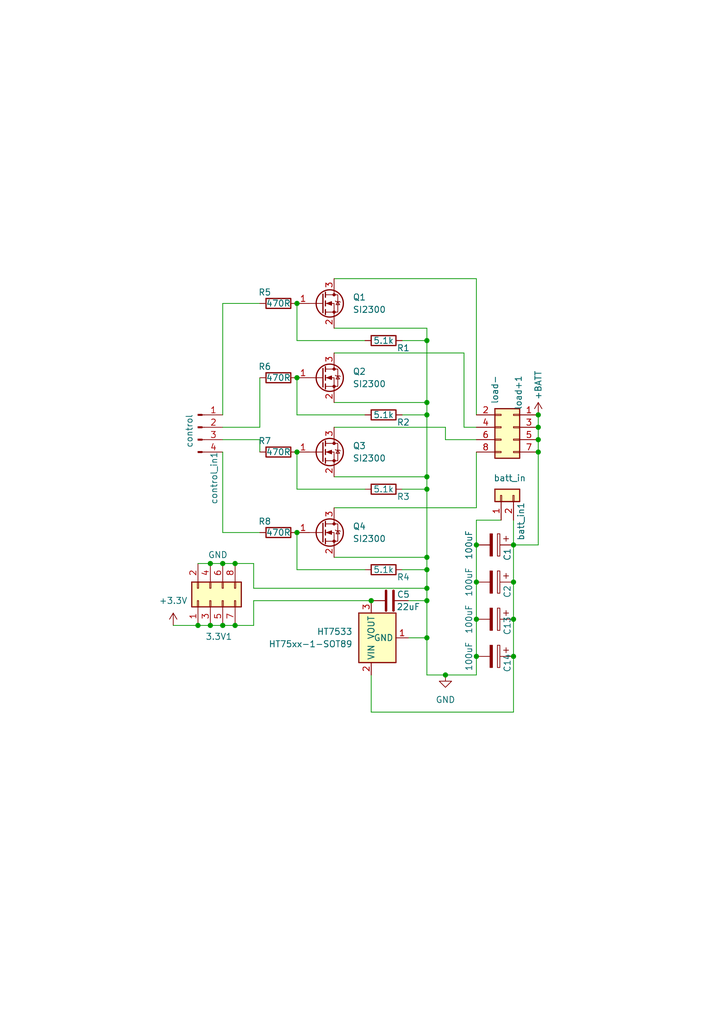
<source format=kicad_sch>
(kicad_sch (version 20250114) (generator "eeschema") (generator_version "9.0")
  (paper "A5" portrait)
  (lib_symbols
    (symbol "Connector:Conn_01x04_Pin" (pin_names (offset 1.016) (hide yes))
      (property "Reference" "J" (at 0 5.08 0))
      (property "Value" "Conn_01x04_Pin" (at 0 -7.62 0))
      (symbol "Conn_01x04_Pin_1_1"
        (rectangle (start 0.8636 2.667) (end 0 2.413) (stroke (width 0.1524)) (fill (type outline)))
        (rectangle (start 0.8636 0.127) (end 0 -0.127) (stroke (width 0.1524)) (fill (type outline)))
        (rectangle (start 0.8636 -2.413) (end 0 -2.667) (stroke (width 0.1524)) (fill (type outline)))
        (rectangle (start 0.8636 -4.953) (end 0 -5.207) (stroke (width 0.1524)) (fill (type outline)))
        (polyline (pts (xy 1.27 2.54) (xy 0.8636 2.54)) (stroke (width 0.1524)))
        (polyline (pts (xy 1.27 0) (xy 0.8636 0)) (stroke (width 0.1524)))
        (polyline (pts (xy 1.27 -2.54) (xy 0.8636 -2.54)) (stroke (width 0.1524)))
        (polyline (pts (xy 1.27 -5.08) (xy 0.8636 -5.08)) (stroke (width 0.1524)))
        (pin passive line (at 5.08 2.54 180) (length 3.81) (name "Pin_1") (number "1"))
        (pin passive line (at 5.08 0 180) (length 3.81) (name "Pin_2") (number "2"))
        (pin passive line (at 5.08 -2.54 180) (length 3.81) (name "Pin_3") (number "3"))
        (pin passive line (at 5.08 -5.08 180) (length 3.81) (name "Pin_4") (number "4"))
      )
    )
    (symbol "Connector_Generic:Conn_01x02" (pin_names (offset 1.016) (hide yes))
      (property "Reference" "J" (at 0 2.54 0))
      (property "Value" "Conn_01x02" (at 0 -5.08 0))
      (symbol "Conn_01x02_1_1"
        (rectangle (start -1.27 1.27) (end 1.27 -3.81) (stroke (width 0.254)) (fill (type background)))
        (rectangle (start -1.27 0.127) (end 0 -0.127) (stroke (width 0.1524)))
        (rectangle (start -1.27 -2.413) (end 0 -2.667) (stroke (width 0.1524)))
        (pin passive line (at -5.08 0 0) (length 3.81) (name "Pin_1") (number "1"))
        (pin passive line (at -5.08 -2.54 0) (length 3.81) (name "Pin_2") (number "2"))
      )
    )
    (symbol "Connector_Generic:Conn_02x04_Odd_Even" (pin_names (offset 1.016) (hide yes))
      (property "Reference" "J" (at 1.27 5.08 0))
      (property "Value" "Conn_02x04_Odd_Even" (at 1.27 -7.62 0))
      (symbol "Conn_02x04_Odd_Even_1_1"
        (rectangle (start -1.27 3.81) (end 3.81 -6.35) (stroke (width 0.254)) (fill (type background)))
        (rectangle (start -1.27 2.667) (end 0 2.413) (stroke (width 0.1524)))
        (rectangle (start -1.27 0.127) (end 0 -0.127) (stroke (width 0.1524)))
        (rectangle (start -1.27 -2.413) (end 0 -2.667) (stroke (width 0.1524)))
        (rectangle (start -1.27 -4.953) (end 0 -5.207) (stroke (width 0.1524)))
        (rectangle (start 3.81 2.667) (end 2.54 2.413) (stroke (width 0.1524)))
        (rectangle (start 3.81 0.127) (end 2.54 -0.127) (stroke (width 0.1524)))
        (rectangle (start 3.81 -2.413) (end 2.54 -2.667) (stroke (width 0.1524)))
        (rectangle (start 3.81 -4.953) (end 2.54 -5.207) (stroke (width 0.1524)))
        (pin passive line (at -5.08 2.54 0) (length 3.81) (name "Pin_1") (number "1"))
        (pin passive line (at -5.08 0 0) (length 3.81) (name "Pin_3") (number "3"))
        (pin passive line (at -5.08 -2.54 0) (length 3.81) (name "Pin_5") (number "5"))
        (pin passive line (at -5.08 -5.08 0) (length 3.81) (name "Pin_7") (number "7"))
        (pin passive line (at 7.62 2.54 180) (length 3.81) (name "Pin_2") (number "2"))
        (pin passive line (at 7.62 0 180) (length 3.81) (name "Pin_4") (number "4"))
        (pin passive line (at 7.62 -2.54 180) (length 3.81) (name "Pin_6") (number "6"))
        (pin passive line (at 7.62 -5.08 180) (length 3.81) (name "Pin_8") (number "8"))
      )
    )
    (symbol "Device:C" (pin_numbers (hide yes)) (pin_names (offset 0.254))
      (property "Reference" "C" (at 0.635 2.54 0))
      (property "Value" "C" (at 0.635 -2.54 0))
      (symbol "C_0_1"
        (polyline (pts (xy -2.032 0.762) (xy 2.032 0.762)) (stroke (width 0.508)))
        (polyline (pts (xy -2.032 -0.762) (xy 2.032 -0.762)) (stroke (width 0.508)))
      )
      (symbol "C_1_1"
        (pin passive line (at 0 3.81 270) (length 2.794) (name "~") (number "1"))
        (pin passive line (at 0 -3.81 90) (length 2.794) (name "~") (number "2"))
      )
    )
    (symbol "Device:C_Polarized" (pin_numbers (hide yes)) (pin_names (offset 0.254))
      (property "Reference" "C" (at 0.635 2.54 0))
      (property "Value" "C_Polarized" (at 0.635 -2.54 0))
      (symbol "C_Polarized_0_1"
        (rectangle (start -2.286 0.508) (end 2.286 1.016))
        (polyline (pts (xy -1.778 2.286) (xy -0.762 2.286)))
        (polyline (pts (xy -1.27 2.794) (xy -1.27 1.778)))
        (rectangle (start 2.286 -0.508) (end -2.286 -1.016) (fill (type outline)))
      )
      (symbol "C_Polarized_1_1"
        (pin passive line (at 0 3.81 270) (length 2.794) (name "~") (number "1"))
        (pin passive line (at 0 -3.81 90) (length 2.794) (name "~") (number "2"))
      )
    )
    (symbol "Device:R" (pin_numbers (hide yes)) (pin_names (offset 0))
      (property "Reference" "R" (at 2.032 0 90))
      (property "Value" "R" (at 0 0 90))
      (symbol "R_0_1"
        (rectangle (start -1.016 -2.54) (end 1.016 2.54) (stroke (width 0.254)))
      )
      (symbol "R_1_1"
        (pin passive line (at 0 3.81 270) (length 1.27) (name "~") (number "1"))
        (pin passive line (at 0 -3.81 90) (length 1.27) (name "~") (number "2"))
      )
    )
    (symbol "Regulator_Linear:HT75xx-1-SOT89"
      (property "Reference" "U" (at -5.08 -3.81 0))
      (property "Value" "HT75xx-1-SOT89" (at 0 6.35 0))
      (symbol "HT75xx-1-SOT89_0_1"
        (rectangle (start -5.08 5.08) (end 5.08 -2.54) (stroke (width 0.254)) (fill (type background)))
      )
      (symbol "HT75xx-1-SOT89_1_1"
        (pin power_in line (at -7.62 2.54 0) (length 2.54) (name "VIN") (number "2"))
        (pin power_in line (at 0 -5.08 90) (length 2.54) (name "GND") (number "1"))
        (pin power_out line (at 7.62 2.54 180) (length 2.54) (name "VOUT") (number "3"))
      )
    )
    (symbol "Transistor_FET:SI2300" (pin_names (hide yes))
      (property "Reference" "Q" (at 5.08 1.905 0))
      (property "Value" "SI2300" (at 5.08 0 0))
      (symbol "SI2300_0_1"
        (polyline (pts (xy 0.254 1.905) (xy 0.254 -1.905)) (stroke (width 0.254)))
        (polyline (pts (xy 0.254 0) (xy -2.54 0)))
        (polyline (pts (xy 0.762 2.286) (xy 0.762 1.27)) (stroke (width 0.254)))
        (polyline (pts (xy 0.762 0.508) (xy 0.762 -0.508)) (stroke (width 0.254)))
        (polyline (pts (xy 0.762 -1.27) (xy 0.762 -2.286)) (stroke (width 0.254)))
        (polyline (pts (xy 0.762 -1.778) (xy 3.302 -1.778) (xy 3.302 1.778) (xy 0.762 1.778)))
        (polyline (pts (xy 1.016 0) (xy 2.032 0.381) (xy 2.032 -0.381) (xy 1.016 0)) (fill (type outline)))
        (circle (center 1.651 0) (radius 2.794) (stroke (width 0.254)))
        (polyline (pts (xy 2.54 2.54) (xy 2.54 1.778)))
        (circle (center 2.54 1.778) (radius 0.254) (fill (type outline)))
        (circle (center 2.54 -1.778) (radius 0.254) (fill (type outline)))
        (polyline (pts (xy 2.54 -2.54) (xy 2.54 0) (xy 0.762 0)))
        (polyline (pts (xy 2.794 0.508) (xy 2.921 0.381) (xy 3.683 0.381) (xy 3.81 0.254)))
        (polyline (pts (xy 3.302 0.381) (xy 2.921 -0.254) (xy 3.683 -0.254) (xy 3.302 0.381)))
      )
      (symbol "SI2300_1_1"
        (pin input line (at -5.08 0 0) (length 2.54) (name "G") (number "1"))
        (pin passive line (at 2.54 5.08 270) (length 2.54) (name "D") (number "3"))
        (pin passive line (at 2.54 -5.08 90) (length 2.54) (name "S") (number "2"))
      )
    )
    (symbol "power:+3.3V" (power) (pin_numbers (hide yes)) (pin_names (offset 0) (hide yes))
      (property "Value" "+3.3V" (at 0 3.556 0))
      (symbol "+3.3V_0_1"
        (polyline (pts (xy -0.762 1.27) (xy 0 2.54)))
        (polyline (pts (xy 0 2.54) (xy 0.762 1.27)))
        (polyline (pts (xy 0 0) (xy 0 2.54)))
      )
      (symbol "+3.3V_1_1"
        (pin power_in line (at 0 0 90) (length 0) (name "~") (number "1"))
      )
    )
    (symbol "power:+BATT" (power) (pin_numbers (hide yes)) (pin_names (offset 0) (hide yes))
      (property "Value" "+BATT" (at 0 3.556 0))
      (symbol "+BATT_0_1"
        (polyline (pts (xy -0.762 1.27) (xy 0 2.54)))
        (polyline (pts (xy 0 2.54) (xy 0.762 1.27)))
        (polyline (pts (xy 0 0) (xy 0 2.54)))
      )
      (symbol "+BATT_1_1"
        (pin power_in line (at 0 0 90) (length 0) (name "~") (number "1"))
      )
    )
    (symbol "power:GND" (power) (pin_numbers (hide yes)) (pin_names (offset 0) (hide yes))
      (property "Value" "GND" (at 0 -3.81 0))
      (symbol "GND_0_1"
        (polyline (pts (xy 0 0) (xy 0 -1.27) (xy 1.27 -1.27) (xy 0 -2.54) (xy -1.27 -1.27) (xy 0 -1.27)))
      )
      (symbol "GND_1_1"
        (pin power_in line (at 0 0 270) (length 0) (name "~") (number "1"))
      )
    )
  )
  (junction (at 45.72 128.27))
  (junction (at 87.63 123.19))
  (junction (at 40.64 128.27))
  (junction (at 60.96 77.47))
  (junction (at 60.96 109.22))
  (junction (at 43.18 115.57))
  (junction (at 97.79 134.62))
  (junction (at 87.63 100.33))
  (junction (at 110.49 85.09))
  (junction (at 105.41 119.38))
  (junction (at 105.41 127))
  (junction (at 60.96 92.71))
  (junction (at 87.63 97.79))
  (junction (at 43.18 128.27))
  (junction (at 45.72 115.57))
  (junction (at 60.96 62.23))
  (junction (at 87.63 120.65))
  (junction (at 76.2 123.19))
  (junction (at 105.41 134.62))
  (junction (at 110.49 90.17))
  (junction (at 48.26 115.57))
  (junction (at 87.63 69.85))
  (junction (at 97.79 119.38))
  (junction (at 87.63 114.3))
  (junction (at 48.26 128.27))
  (junction (at 91.44 138.43))
  (junction (at 110.49 87.63))
  (junction (at 97.79 127))
  (junction (at 110.49 92.71))
  (junction (at 97.79 111.76))
  (junction (at 87.63 116.84))
  (junction (at 105.41 111.76))
  (junction (at 87.63 130.81))
  (junction (at 87.63 82.55))
  (junction (at 87.63 85.09))
  (wire (pts (xy 60.96 69.85) (xy 60.96 62.23)))
  (wire (pts (xy 68.58 72.39) (xy 95.25 72.39)))
  (wire (pts (xy 97.79 127) (xy 97.79 134.62)))
  (wire (pts (xy 45.72 128.27) (xy 43.18 128.27)))
  (wire (pts (xy 45.72 109.22) (xy 45.72 92.71)))
  (wire (pts (xy 87.63 85.09) (xy 87.63 97.79)))
  (wire (pts (xy 74.93 69.85) (xy 60.96 69.85)))
  (wire (pts (xy 60.96 109.22) (xy 60.96 116.84)))
  (wire (pts (xy 52.07 123.19) (xy 52.07 128.27)))
  (wire (pts (xy 68.58 104.14) (xy 97.79 104.14)))
  (wire (pts (xy 95.25 72.39) (xy 95.25 87.63)))
  (wire (pts (xy 97.79 119.38) (xy 97.79 127)))
  (wire (pts (xy 87.63 130.81) (xy 87.63 138.43)))
  (wire (pts (xy 68.58 114.3) (xy 87.63 114.3)))
  (wire (pts (xy 45.72 62.23) (xy 53.34 62.23)))
  (wire (pts (xy 74.93 85.09) (xy 60.96 85.09)))
  (wire (pts (xy 52.07 120.65) (xy 87.63 120.65)))
  (wire (pts (xy 87.63 67.31) (xy 87.63 69.85)))
  (wire (pts (xy 68.58 67.31) (xy 87.63 67.31)))
  (wire (pts (xy 105.41 106.68) (xy 105.41 111.76)))
  (wire (pts (xy 68.58 82.55) (xy 87.63 82.55)))
  (wire (pts (xy 110.49 92.71) (xy 110.49 111.76)))
  (wire (pts (xy 82.55 100.33) (xy 87.63 100.33)))
  (wire (pts (xy 82.55 116.84) (xy 87.63 116.84)))
  (wire (pts (xy 52.07 123.19) (xy 76.2 123.19)))
  (wire (pts (xy 97.79 104.14) (xy 97.79 92.71)))
  (wire (pts (xy 60.96 116.84) (xy 74.93 116.84)))
  (wire (pts (xy 45.72 87.63) (xy 53.34 87.63)))
  (wire (pts (xy 105.41 134.62) (xy 105.41 146.05)))
  (wire (pts (xy 97.79 138.43) (xy 91.44 138.43)))
  (wire (pts (xy 105.41 111.76) (xy 105.41 119.38)))
  (wire (pts (xy 83.82 130.81) (xy 87.63 130.81)))
  (wire (pts (xy 43.18 128.27) (xy 40.64 128.27)))
  (wire (pts (xy 95.25 87.63) (xy 97.79 87.63)))
  (wire (pts (xy 87.63 130.81) (xy 87.63 123.19)))
  (wire (pts (xy 43.18 115.57) (xy 40.64 115.57)))
  (wire (pts (xy 87.63 123.19) (xy 87.63 120.65)))
  (wire (pts (xy 60.96 100.33) (xy 74.93 100.33)))
  (wire (pts (xy 52.07 128.27) (xy 48.26 128.27)))
  (wire (pts (xy 82.55 69.85) (xy 87.63 69.85)))
  (wire (pts (xy 91.44 87.63) (xy 91.44 90.17)))
  (wire (pts (xy 53.34 90.17) (xy 45.72 90.17)))
  (wire (pts (xy 82.55 85.09) (xy 87.63 85.09)))
  (wire (pts (xy 76.2 146.05) (xy 105.41 146.05)))
  (wire (pts (xy 87.63 100.33) (xy 87.63 114.3)))
  (wire (pts (xy 97.79 106.68) (xy 102.87 106.68)))
  (wire (pts (xy 97.79 106.68) (xy 97.79 111.76)))
  (wire (pts (xy 110.49 90.17) (xy 110.49 92.71)))
  (wire (pts (xy 68.58 57.15) (xy 97.79 57.15)))
  (wire (pts (xy 68.58 87.63) (xy 91.44 87.63)))
  (wire (pts (xy 53.34 109.22) (xy 45.72 109.22)))
  (wire (pts (xy 87.63 97.79) (xy 87.63 100.33)))
  (wire (pts (xy 105.41 127) (xy 105.41 134.62)))
  (wire (pts (xy 87.63 114.3) (xy 87.63 116.84)))
  (wire (pts (xy 97.79 134.62) (xy 97.79 138.43)))
  (wire (pts (xy 87.63 116.84) (xy 87.63 120.65)))
  (wire (pts (xy 60.96 85.09) (xy 60.96 77.47)))
  (wire (pts (xy 52.07 115.57) (xy 52.07 120.65)))
  (wire (pts (xy 83.82 123.19) (xy 87.63 123.19)))
  (wire (pts (xy 76.2 138.43) (xy 76.2 146.05)))
  (wire (pts (xy 45.72 85.09) (xy 45.72 62.23)))
  (wire (pts (xy 43.18 115.57) (xy 45.72 115.57)))
  (wire (pts (xy 110.49 111.76) (xy 105.41 111.76)))
  (wire (pts (xy 97.79 57.15) (xy 97.79 85.09)))
  (wire (pts (xy 87.63 138.43) (xy 91.44 138.43)))
  (wire (pts (xy 48.26 115.57) (xy 45.72 115.57)))
  (wire (pts (xy 110.49 85.09) (xy 110.49 87.63)))
  (wire (pts (xy 48.26 128.27) (xy 45.72 128.27)))
  (wire (pts (xy 53.34 87.63) (xy 53.34 77.47)))
  (wire (pts (xy 48.26 115.57) (xy 52.07 115.57)))
  (wire (pts (xy 87.63 69.85) (xy 87.63 82.55)))
  (wire (pts (xy 35.56 128.27) (xy 40.64 128.27)))
  (wire (pts (xy 68.58 97.79) (xy 87.63 97.79)))
  (wire (pts (xy 91.44 90.17) (xy 97.79 90.17)))
  (wire (pts (xy 53.34 92.71) (xy 53.34 90.17)))
  (wire (pts (xy 110.49 87.63) (xy 110.49 90.17)))
  (wire (pts (xy 60.96 92.71) (xy 60.96 100.33)))
  (wire (pts (xy 105.41 119.38) (xy 105.41 127)))
  (wire (pts (xy 97.79 111.76) (xy 97.79 119.38)))
  (wire (pts (xy 87.63 82.55) (xy 87.63 85.09)))
  (symbol (lib_id "Device:R") (at 78.74 69.85 270) (unit 1)
    (property "Reference" "R1" (at 82.804 71.374 90))
    (property "Value" "5.1k" (at 78.74 69.85 90))
    (property "Footprint" "Resistor_SMD:R_0805_2012Metric_Pad1.20x1.40mm_HandSolder" (effects (hide yes)))
    (property "Description" "Resistor" (effects (hide yes)))
  )
  (symbol (lib_id "Transistor_FET:SI2300") (at 66.04 109.22 0) (unit 1)
    (property "Reference" "Q4" (at 72.39 107.9499 0) (effects (justify left)))
    (property "Value" "SI2300" (at 72.39 110.4899 0) (effects (justify left)))
    (property "Footprint" "Package_TO_SOT_SMD:SOT-23" (effects (hide yes)))
    (property "Datasheet" "https://www.onsemi.com/pub/Collateral/BSS138-D.PDF" (effects (hide yes)))
    (property "Description" "3A 30V, N-Channel MOSFET, SOT-23" (effects (hide yes)))
  )
  (symbol (lib_id "Device:C_Polarized") (at 101.6 119.38 270) (unit 1)
    (property "Reference" "C2" (at 104.14 122.682 0) (effects (justify right)))
    (property "Value" "100uF" (at 96.266 122.428 0) (effects (justify right)))
    (property "Footprint" "Capacitor_THT:CP_Radial_D10.0mm_P3.50mm" (effects (hide yes)))
    (property "Description" "Polarized capacitor" (effects (hide yes)))
  )
  (symbol (lib_id "Device:C_Polarized") (at 101.6 127 270) (unit 1)
    (property "Reference" "C13" (at 104.14 130.302 0) (effects (justify right)))
    (property "Value" "100uF" (at 96.266 130.048 0) (effects (justify right)))
    (property "Footprint" "Capacitor_THT:CP_Radial_D10.0mm_P3.50mm" (effects (hide yes)))
    (property "Description" "Polarized capacitor" (effects (hide yes)))
  )
  (symbol (lib_id "Connector:Conn_01x04_Pin") (at 40.64 87.63 0) (unit 1)
    (property "Reference" "control_in1" (at 43.942 98.044 90))
    (property "Value" "control" (at 38.862 88.392 90))
    (property "Footprint" "Connector_PinSocket_2.54mm:PinSocket_1x04_P2.54mm_Vertical" (effects (hide yes)))
    (property "Description" "Generic connector, single row, 01x04, script generated" (effects (hide yes)))
  )
  (symbol (lib_id "power:+3.3V") (at 35.56 128.27 0) (unit 1)
    (property "Reference" "#PWR09" (effects (hide yes)))
    (property "Value" "+3.3V" (at 35.56 123.19 0))
    (property "Description" "Power symbol creates a global label with name \"+3.3V\"" (effects (hide yes)))
  )
  (symbol (lib_id "Regulator_Linear:HT75xx-1-SOT89") (at 78.74 130.81 90) (unit 1)
    (property "Reference" "HT7533" (at 72.39 129.5399 90) (effects (justify left)))
    (property "Value" "HT75xx-1-SOT89" (at 72.39 132.0799 90) (effects (justify left)))
    (property "Footprint" "Package_TO_SOT_SMD:SOT-89-3" (effects (hide yes)))
    (property "Datasheet" "https://www.holtek.com/documents/10179/116711/HT75xx-1v250.pdf" (effects (hide yes)))
    (property "Description" "100mA Low Dropout Voltage Regulator, Fixed Output, SOT89" (effects (hide yes)))
  )
  (symbol (lib_id "Connector_Generic:Conn_02x04_Odd_Even") (at 43.18 123.19 90) (unit 1)
    (property "Reference" "3.3V1" (at 42.164 130.556 90) (effects (justify right)))
    (property "Value" "GND" (at 42.672 113.792 90) (effects (justify right)))
    (property "Footprint" "Connector_PinSocket_2.54mm:PinSocket_2x04_P2.54mm_Vertical" (effects (hide yes)))
    (property "Description" "Generic connector, double row, 02x04, odd/even pin numbering scheme (row 1 odd numbers, row 2 even numbers), script generated (kicad-library-utils/schlib/autogen/connector/)" (effects (hide yes)))
  )
  (symbol (lib_id "Connector_Generic:Conn_01x02") (at 102.87 101.6 90) (unit 1)
    (property "Reference" "batt_in1" (at 106.934 106.934 0))
    (property "Value" "batt_in" (at 104.648 98.044 90))
    (property "Footprint" "Connector_PinSocket_2.54mm:PinSocket_1x02_P2.54mm_Vertical" (effects (hide yes)))
    (property "Description" "Generic connector, single row, 01x02, script generated (kicad-library-utils/schlib/autogen/connector/)" (effects (hide yes)))
  )
  (symbol (lib_id "Device:R") (at 57.15 109.22 270) (unit 1)
    (property "Reference" "R8" (at 54.356 106.934 90))
    (property "Value" "470R" (at 57.15 109.22 90))
    (property "Footprint" "Resistor_SMD:R_0805_2012Metric_Pad1.20x1.40mm_HandSolder" (effects (hide yes)))
    (property "Description" "Resistor" (effects (hide yes)))
  )
  (symbol (lib_id "Device:R") (at 57.15 92.71 270) (unit 1)
    (property "Reference" "R7" (at 54.356 90.424 90))
    (property "Value" "470R" (at 57.15 92.71 90))
    (property "Footprint" "Resistor_SMD:R_0805_2012Metric_Pad1.20x1.40mm_HandSolder" (effects (hide yes)))
    (property "Description" "Resistor" (effects (hide yes)))
  )
  (symbol (lib_id "Device:C_Polarized") (at 101.6 134.62 270) (unit 1)
    (property "Reference" "C14" (at 104.14 137.922 0) (effects (justify right)))
    (property "Value" "100uF" (at 96.266 137.668 0) (effects (justify right)))
    (property "Footprint" "Capacitor_THT:CP_Radial_D10.0mm_P3.50mm" (effects (hide yes)))
    (property "Description" "Polarized capacitor" (effects (hide yes)))
  )
  (symbol (lib_id "Device:R") (at 78.74 85.09 270) (unit 1)
    (property "Reference" "R2" (at 82.804 86.614 90))
    (property "Value" "5.1k" (at 78.74 85.09 90))
    (property "Footprint" "Resistor_SMD:R_0805_2012Metric_Pad1.20x1.40mm_HandSolder" (effects (hide yes)))
    (property "Description" "Resistor" (effects (hide yes)))
  )
  (symbol (lib_id "Device:C_Polarized") (at 101.6 111.76 270) (unit 1)
    (property "Reference" "C1" (at 104.14 115.062 0) (effects (justify right)))
    (property "Value" "100uF" (at 96.266 114.808 0) (effects (justify right)))
    (property "Footprint" "Capacitor_THT:CP_Radial_D10.0mm_P3.50mm" (effects (hide yes)))
    (property "Description" "Polarized capacitor" (effects (hide yes)))
  )
  (symbol (lib_id "Transistor_FET:SI2300") (at 66.04 77.47 0) (unit 1)
    (property "Reference" "Q2" (at 72.39 76.1999 0) (effects (justify left)))
    (property "Value" "SI2300" (at 72.39 78.7399 0) (effects (justify left)))
    (property "Footprint" "Package_TO_SOT_SMD:SOT-23" (effects (hide yes)))
    (property "Datasheet" "https://www.onsemi.com/pub/Collateral/BSS138-D.PDF" (effects (hide yes)))
    (property "Description" "3A 30V, N-Channel MOSFET, SOT-23" (effects (hide yes)))
  )
  (symbol (lib_id "Transistor_FET:SI2300") (at 66.04 92.71 0) (unit 1)
    (property "Reference" "Q3" (at 72.39 91.4399 0) (effects (justify left)))
    (property "Value" "SI2300" (at 72.39 93.9799 0) (effects (justify left)))
    (property "Footprint" "Package_TO_SOT_SMD:SOT-23" (effects (hide yes)))
    (property "Datasheet" "https://www.onsemi.com/pub/Collateral/BSS138-D.PDF" (effects (hide yes)))
    (property "Description" "3A 30V, N-Channel MOSFET, SOT-23" (effects (hide yes)))
  )
  (symbol (lib_id "Transistor_FET:SI2300") (at 66.04 62.23 0) (unit 1)
    (property "Reference" "Q1" (at 72.39 60.9599 0) (effects (justify left)))
    (property "Value" "SI2300" (at 72.39 63.4999 0) (effects (justify left)))
    (property "Footprint" "Package_TO_SOT_SMD:SOT-23" (effects (hide yes)))
    (property "Datasheet" "https://www.onsemi.com/pub/Collateral/BSS138-D.PDF" (effects (hide yes)))
    (property "Description" "3A 30V, N-Channel MOSFET, SOT-23" (effects (hide yes)))
  )
  (symbol (lib_id "Device:R") (at 78.74 116.84 270) (unit 1)
    (property "Reference" "R4" (at 82.804 118.364 90))
    (property "Value" "5.1k" (at 78.74 116.84 90))
    (property "Footprint" "Resistor_SMD:R_0805_2012Metric_Pad1.20x1.40mm_HandSolder" (effects (hide yes)))
    (property "Description" "Resistor" (effects (hide yes)))
  )
  (symbol (lib_id "Device:R") (at 57.15 77.47 270) (unit 1)
    (property "Reference" "R6" (at 54.356 75.184 90))
    (property "Value" "470R" (at 57.15 77.47 90))
    (property "Footprint" "Resistor_SMD:R_0805_2012Metric_Pad1.20x1.40mm_HandSolder" (effects (hide yes)))
    (property "Description" "Resistor" (effects (hide yes)))
  )
  (symbol (lib_id "Device:R") (at 78.74 100.33 270) (unit 1)
    (property "Reference" "R3" (at 82.804 101.854 90))
    (property "Value" "5.1k" (at 78.74 100.33 90))
    (property "Footprint" "Resistor_SMD:R_0805_2012Metric_Pad1.20x1.40mm_HandSolder" (effects (hide yes)))
    (property "Description" "Resistor" (effects (hide yes)))
  )
  (symbol (lib_id "Device:R") (at 57.15 62.23 270) (unit 1)
    (property "Reference" "R5" (at 54.356 59.944 90))
    (property "Value" "470R" (at 57.15 62.23 90))
    (property "Footprint" "Resistor_SMD:R_0805_2012Metric_Pad1.20x1.40mm_HandSolder" (effects (hide yes)))
    (property "Description" "Resistor" (effects (hide yes)))
  )
  (symbol (lib_id "power:+BATT") (at 110.49 85.09 0) (unit 1)
    (property "Reference" "#PWR05" (effects (hide yes)))
    (property "Value" "+BATT" (at 110.49 78.994 90))
    (property "Description" "Power symbol creates a global label with name \"+BATT\"" (effects (hide yes)))
  )
  (symbol (lib_id "Connector_Generic:Conn_02x04_Odd_Even") (at 105.41 87.63 0) (mirror y) (unit 1)
    (property "Reference" "load+1" (at 106.426 76.962 90) (effects (justify right)))
    (property "Value" "load-" (at 101.6 76.962 90) (effects (justify right)))
    (property "Footprint" "Connector_PinSocket_2.54mm:PinSocket_2x04_P2.54mm_Vertical" (effects (hide yes)))
    (property "Description" "Generic connector, double row, 02x04, odd/even pin numbering scheme (row 1 odd numbers, row 2 even numbers), script generated (kicad-library-utils/schlib/autogen/connector/)" (effects (hide yes)))
  )
  (symbol (lib_id "power:GND") (at 91.44 138.43 0) (unit 1)
    (property "Reference" "#PWR01" (effects (hide yes)))
    (property "Value" "GND" (at 91.44 143.51 0))
    (property "Description" "Power symbol creates a global label with name \"GND\" , ground" (effects (hide yes)))
  )
  (symbol (lib_id "Device:C") (at 80.01 123.19 90) (unit 1)
    (property "Reference" "C5" (at 82.804 121.92 90))
    (property "Value" "22uF" (at 83.82 124.46 90))
    (property "Footprint" "Capacitor_SMD:C_0805_2012Metric_Pad1.18x1.45mm_HandSolder" (effects (hide yes)))
    (property "Description" "Unpolarized capacitor" (effects (hide yes)))
  )
)
</source>
